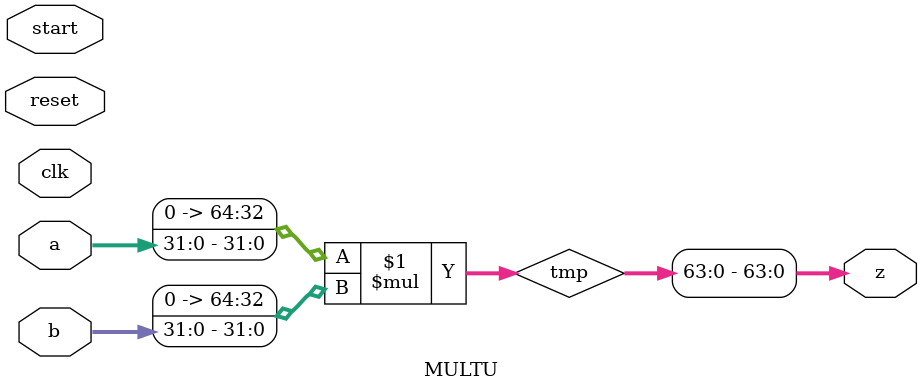
<source format=v>
`timescale 1ns / 1ps


module MULTU(
	input clk,                  // 时钟输入
	input reset,                // 复位输入
	input start,                // 启动输入
	input [31:0] a,             // 输入a
	input [31:0] b,             // 输入b
	output [63:0] z             // 输出z
);

	wire [64:0] tmp;            // 临时变量tmp，用于存储无符号相乘结果
	assign tmp = {1'b0, a} * {1'b0, b};    // 将输入a和b进行无符号相乘，并赋值给临时变量tmp
	assign z = tmp[63:0];       // 将临时变量tmp的高63位赋值给输出z

endmodule


</source>
